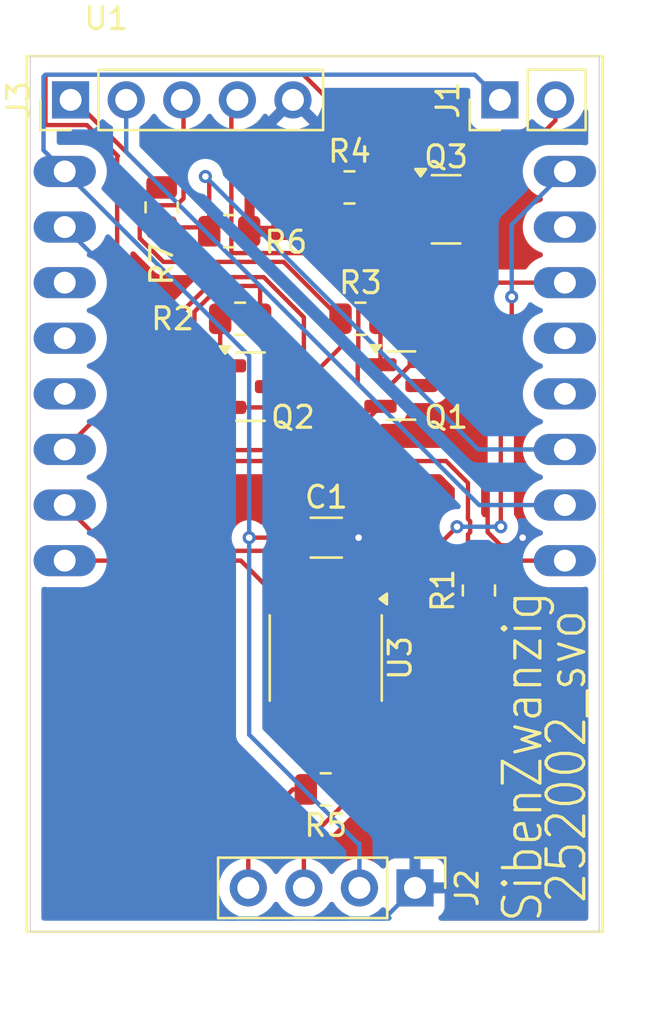
<source format=kicad_pcb>
(kicad_pcb (version 20241229) (generator "pcbnew") (generator_version "9.0")
  (layers (0 "F.Cu" signal) (2 "B.Cu" signal) (13 "F.Paste" user) (15 "B.Paste" user) (5 "F.SilkS" user "F.Silkscreen") (7 "B.SilkS" user "B.Silkscreen") (1 "F.Mask" user) (3 "B.Mask" user) (25 "Edge.Cuts" user))
  (net 0 "")
  (net 1 "+5V")
  (net 2 "GND")
  (net 3 "Net-(J1-Pin_2)")
  (net 4 "CANH")
  (net 5 "CANL")
  (net 6 "UATX")
  (net 7 "Net-(J3-Pin_1)")
  (net 8 "DTR")
  (net 9 "RTS")
  (net 10 "Net-(Q1-B)")
  (net 11 "BOOT")
  (net 12 "RST")
  (net 13 "Net-(Q2-B)")
  (net 14 "Net-(Q3-B)")
  (net 15 "+3.3V")
  (net 16 "PWM_OUT1")
  (net 17 "UARX")
  (net 20 "CANRX")
  (net 23 "CANTX")
  (net 25 "unconnected-(U1-IO15-PadP$5)")
  (net 26 "unconnected-(U1-IO13-PadP$4)")
  (footprint "Resistor_SMD:R_0805_2012Metric" (layer "F.Cu") (at 164.5 93.4125 90)
    (property "Reference" "R1" (at 0 -1.65 90) (layer "F.SilkS"))
    (property "Value" "10k")
    (fp_line (start -0.227064 -0.735) (end 0.227064 -0.735) (stroke (width 0.12)) (layer "F.SilkS"))
    (fp_line (start -0.227064 0.735) (end 0.227064 0.735) (stroke (width 0.12)) (layer "F.SilkS"))
    (pad "1" smd roundrect (at -0.9125 0 90) (size 1.025 1.4) (layers "F.Cu" "F.Mask" "F.Paste") (roundrect_rratio 0.243902) (net 15 "+3.3V"))
    (pad "2" smd roundrect (at 0.9125 0 90) (size 1.025 1.4) (layers "F.Cu" "F.Mask" "F.Paste") (roundrect_rratio 0.243902) (net 12 "RST"))
  )
  (footprint "Package_TO_SOT_SMD:SOT-23" (layer "F.Cu") (at 163 76)
    (property "Reference" "Q3" (at 0 -2.4 0) (layer "F.SilkS"))
    (property "Value" "BC817")
    (fp_line (start 0 -1.56) (end -0.65 -1.56) (stroke (width 0.12)) (layer "F.SilkS"))
    (fp_line (start 0 -1.56) (end 0.65 -1.56) (stroke (width 0.12)) (layer "F.SilkS"))
    (fp_line (start 0 1.56) (end -0.65 1.56) (stroke (width 0.12)) (layer "F.SilkS"))
    (fp_line (start 0 1.56) (end 0.65 1.56) (stroke (width 0.12)) (layer "F.SilkS"))
    (fp_poly (pts (xy -1.1625 -1.51) (xy -1.4025 -1.84) (xy -0.9225 -1.84)) (stroke (width 0.12)) (fill yes) (layer "F.SilkS"))
    (pad "1" smd roundrect (at -0.9375 -0.95) (size 1.475 0.6) (layers "F.Cu" "F.Mask" "F.Paste") (net 14 "Net-(Q3-B)"))
    (pad "2" smd roundrect (at -0.9375 0.95) (size 1.475 0.6) (layers "F.Cu" "F.Mask" "F.Paste") (net 2 "GND"))
    (pad "3" smd roundrect (at 0.9375 0) (size 1.475 0.6) (layers "F.Cu" "F.Mask" "F.Paste") (net 3 "Net-(J1-Pin_2)"))
  )
  (footprint "Resistor_SMD:R_0805_2012Metric" (layer "F.Cu") (at 153.0875 77)
    (property "Reference" "R6" (at 2.5875 0.5 0) (layer "F.SilkS"))
    (property "Value" "19k")
    (fp_line (start -0.227064 -0.735) (end 0.227064 -0.735) (stroke (width 0.12)) (layer "F.SilkS"))
    (fp_line (start -0.227064 0.735) (end 0.227064 0.735) (stroke (width 0.12)) (layer "F.SilkS"))
    (pad "1" smd roundrect (at -0.9125 0) (size 1.025 1.4) (layers "F.Cu" "F.Mask" "F.Paste") (roundrect_rratio 0.243902) (net 17 "UARX"))
    (pad "2" smd roundrect (at 0.9125 0) (size 1.025 1.4) (layers "F.Cu" "F.Mask" "F.Paste") (roundrect_rratio 0.243902) (net 2 "GND"))
  )
  (footprint "Connector_PinHeader_2.54mm:PinHeader_1x05_P2.54mm_Vertical" (layer "F.Cu") (at 145.84 71 90)
    (property "Reference" "J3" (at 0 -2.38 90) (layer "F.SilkS"))
    (property "Value" "Conn_01x05_Pin")
    (fp_line (start -1.38 -1.38) (end 0 -1.38) (stroke (width 0.12)) (layer "F.SilkS"))
    (fp_line (start -1.38 0) (end -1.38 -1.38) (stroke (width 0.12)) (layer "F.SilkS"))
    (fp_line (start 1.38 1.27) (end 1.38 11.54) (stroke (width 0.12)) (layer "F.SilkS"))
    (fp_line (start -1.38 1.27) (end 1.38 1.27) (stroke (width 0.12)) (layer "F.SilkS"))
    (fp_line (start -1.38 1.27) (end -1.38 11.54) (stroke (width 0.12)) (layer "F.SilkS"))
    (fp_line (start -1.38 11.54) (end 1.38 11.54) (stroke (width 0.12)) (layer "F.SilkS"))
    (pad "1" thru_hole rect (at 0 0 90) (size 1.7 1.7) (drill 1) (layers "*.Cu" "*.Mask") (net 7 "Net-(J3-Pin_1)"))
    (pad "2" thru_hole circle (at 0 2.54 90) (size 1.7 1.7) (drill 1) (layers "*.Cu" "*.Mask") (net 6 "UATX"))
    (pad "3" thru_hole circle (at 0 5.08 90) (size 1.7 1.7) (drill 1) (layers "*.Cu" "*.Mask") (net 9 "RTS"))
    (pad "4" thru_hole circle (at 0 7.62 90) (size 1.7 1.7) (drill 1) (layers "*.Cu" "*.Mask") (net 8 "DTR"))
    (pad "5" thru_hole circle (at 0 10.16 90) (size 1.7 1.7) (drill 1) (layers "*.Cu" "*.Mask") (net 2 "GND"))
  )
  (footprint "Package_SO:SOIC-8_3.9x4.9mm_P1.27mm" (layer "F.Cu") (at 157.5 96.5 -90)
    (property "Reference" "U3" (at 0 -3.4 90) (layer "F.SilkS"))
    (property "Value" "TJA1042T-3")
    (fp_line (start 0 2.56) (end -1.95 2.56) (stroke (width 0.12)) (layer "F.SilkS"))
    (fp_line (start 0 2.56) (end 1.95 2.56) (stroke (width 0.12)) (layer "F.SilkS"))
    (fp_line (start 0 -2.56) (end -1.95 -2.56) (stroke (width 0.12)) (layer "F.SilkS"))
    (fp_line (start 0 -2.56) (end 1.95 -2.56) (stroke (width 0.12)) (layer "F.SilkS"))
    (fp_poly (pts (xy -2.7 -2.465) (xy -2.94 -2.795) (xy -2.46 -2.795)) (stroke (width 0.12)) (fill yes) (layer "F.SilkS"))
    (pad "1" smd roundrect (at -2.475 -1.905 270) (size 1.95 0.6) (layers "F.Cu" "F.Mask" "F.Paste") (net 23 "CANTX"))
    (pad "2" smd roundrect (at -2.475 -0.635 270) (size 1.95 0.6) (layers "F.Cu" "F.Mask" "F.Paste") (net 2 "GND"))
    (pad "3" smd roundrect (at -2.475 0.635 270) (size 1.95 0.6) (layers "F.Cu" "F.Mask" "F.Paste") (net 1 "+5V"))
    (pad "4" smd roundrect (at -2.475 1.905 270) (size 1.95 0.6) (layers "F.Cu" "F.Mask" "F.Paste") (net 20 "CANRX"))
    (pad "5" smd roundrect (at 2.475 1.905 270) (size 1.95 0.6) (layers "F.Cu" "F.Mask" "F.Paste") (net 15 "+3.3V"))
    (pad "6" smd roundrect (at 2.475 0.635 270) (size 1.95 0.6) (layers "F.Cu" "F.Mask" "F.Paste") (net 5 "CANL"))
    (pad "7" smd roundrect (at 2.475 -0.635 270) (size 1.95 0.6) (layers "F.Cu" "F.Mask" "F.Paste") (net 4 "CANH"))
    (pad "8" smd roundrect (at 2.475 -1.905 270) (size 1.95 0.6) (layers "F.Cu" "F.Mask" "F.Paste"))
  )
  (footprint "Resistor_SMD:R_0805_2012Metric" (layer "F.Cu") (at 159.0875 81)
    (property "Reference" "R3" (at 0 -1.65 0) (layer "F.SilkS"))
    (property "Value" "1k")
    (fp_line (start -0.227064 -0.735) (end 0.227064 -0.735) (stroke (width 0.12)) (layer "F.SilkS"))
    (fp_line (start -0.227064 0.735) (end 0.227064 0.735) (stroke (width 0.12)) (layer "F.SilkS"))
    (pad "1" smd roundrect (at -0.9125 0) (size 1.025 1.4) (layers "F.Cu" "F.Mask" "F.Paste") (roundrect_rratio 0.243902) (net 9 "RTS"))
    (pad "2" smd roundrect (at 0.9125 0) (size 1.025 1.4) (layers "F.Cu" "F.Mask" "F.Paste") (roundrect_rratio 0.243902) (net 10 "Net-(Q1-B)"))
  )
  (footprint "Package_TO_SOT_SMD:SOT-23" (layer "F.Cu") (at 160.9375 84.05)
    (property "Reference" "Q1" (at 2.0625 1.45 0) (layer "F.SilkS"))
    (property "Value" "BC817")
    (fp_line (start 0 -1.56) (end -0.65 -1.56) (stroke (width 0.12)) (layer "F.SilkS"))
    (fp_line (start 0 -1.56) (end 0.65 -1.56) (stroke (width 0.12)) (layer "F.SilkS"))
    (fp_line (start 0 1.56) (end -0.65 1.56) (stroke (width 0.12)) (layer "F.SilkS"))
    (fp_line (start 0 1.56) (end 0.65 1.56) (stroke (width 0.12)) (layer "F.SilkS"))
    (fp_poly (pts (xy -1.1625 -1.51) (xy -1.4025 -1.84) (xy -0.9225 -1.84)) (stroke (width 0.12)) (fill yes) (layer "F.SilkS"))
    (pad "1" smd roundrect (at -0.9375 -0.95) (size 1.475 0.6) (layers "F.Cu" "F.Mask" "F.Paste") (net 10 "Net-(Q1-B)"))
    (pad "2" smd roundrect (at -0.9375 0.95) (size 1.475 0.6) (layers "F.Cu" "F.Mask" "F.Paste") (net 8 "DTR"))
    (pad "3" smd roundrect (at 0.9375 0) (size 1.475 0.6) (layers "F.Cu" "F.Mask" "F.Paste") (net 11 "BOOT"))
  )
  (footprint "Connector_PinHeader_2.54mm:PinHeader_1x04_P2.54mm_Vertical" (layer "F.Cu") (at 161.58 107 -90)
    (property "Reference" "J2" (at 0 -2.38 90) (layer "F.SilkS"))
    (property "Value" "Conn_01x04_Pin")
    (fp_line (start -1.38 9) (end 1.38 9) (stroke (width 0.12)) (layer "F.SilkS"))
    (fp_line (start -1.38 1.27) (end -1.38 9) (stroke (width 0.12)) (layer "F.SilkS"))
    (fp_line (start -1.38 1.27) (end 1.38 1.27) (stroke (width 0.12)) (layer "F.SilkS"))
    (fp_line (start 1.38 1.27) (end 1.38 9) (stroke (width 0.12)) (layer "F.SilkS"))
    (fp_line (start -1.38 0) (end -1.38 -1.38) (stroke (width 0.12)) (layer "F.SilkS"))
    (fp_line (start -1.38 -1.38) (end 0 -1.38) (stroke (width 0.12)) (layer "F.SilkS"))
    (pad "1" thru_hole rect (at 0 0 270) (size 1.7 1.7) (drill 1) (layers "*.Cu" "*.Mask") (net 2 "GND"))
    (pad "2" thru_hole circle (at 0 2.54 270) (size 1.7 1.7) (drill 1) (layers "*.Cu" "*.Mask") (net 1 "+5V"))
    (pad "3" thru_hole circle (at 0 5.08 270) (size 1.7 1.7) (drill 1) (layers "*.Cu" "*.Mask") (net 4 "CANH"))
    (pad "4" thru_hole circle (at 0 7.62 270) (size 1.7 1.7) (drill 1) (layers "*.Cu" "*.Mask") (net 5 "CANL"))
  )
  (footprint "Capacitor_SMD:C_1206_3216Metric" (layer "F.Cu") (at 157.525 91)
    (property "Reference" "C1" (at 0 -1.85 0) (layer "F.SilkS"))
    (property "Value" "C")
    (fp_line (start -0.711252 -0.91) (end 0.711252 -0.91) (stroke (width 0.12)) (layer "F.SilkS"))
    (fp_line (start -0.711252 0.91) (end 0.711252 0.91) (stroke (width 0.12)) (layer "F.SilkS"))
    (pad "1" smd roundrect (at -1.475 0) (size 1.15 1.8) (layers "F.Cu" "F.Mask" "F.Paste") (roundrect_rratio 0.217391) (net 1 "+5V"))
    (pad "2" smd roundrect (at 1.475 0) (size 1.15 1.8) (layers "F.Cu" "F.Mask" "F.Paste") (roundrect_rratio 0.217391) (net 2 "GND"))
  )
  (footprint "Connector_PinHeader_2.54mm:PinHeader_1x02_P2.54mm_Vertical" (layer "F.Cu") (at 165.46 71 90)
    (property "Reference" "J1" (at 0 -2.38 90) (layer "F.SilkS"))
    (property "Value" "Conn_01x02_Pin")
    (fp_line (start -1.38 -1.38) (end 0 -1.38) (stroke (width 0.12)) (layer "F.SilkS"))
    (fp_line (start -1.38 0) (end -1.38 -1.38) (stroke (width 0.12)) (layer "F.SilkS"))
    (fp_line (start 1.38 1.27) (end 1.38 3.92) (stroke (width 0.12)) (layer "F.SilkS"))
    (fp_line (start -1.38 1.27) (end 1.38 1.27) (stroke (width 0.12)) (layer "F.SilkS"))
    (fp_line (start -1.38 1.27) (end -1.38 3.92) (stroke (width 0.12)) (layer "F.SilkS"))
    (fp_line (start -1.38 3.92) (end 1.38 3.92) (stroke (width 0.12)) (layer "F.SilkS"))
    (pad "1" thru_hole rect (at 0 0 90) (size 1.7 1.7) (drill 1) (layers "*.Cu" "*.Mask") (net 1 "+5V"))
    (pad "2" thru_hole circle (at 0 2.54 90) (size 1.7 1.7) (drill 1) (layers "*.Cu" "*.Mask") (net 3 "Net-(J1-Pin_2)"))
  )
  (footprint "Resistor_SMD:R_0805_2012Metric" (layer "F.Cu") (at 153.5875 81 180)
    (property "Reference" "R2" (at 3.0875 0 0) (layer "F.SilkS"))
    (property "Value" "1k")
    (fp_line (start -0.227064 0.735) (end 0.227064 0.735) (stroke (width 0.12)) (layer "F.SilkS"))
    (fp_line (start -0.227064 -0.735) (end 0.227064 -0.735) (stroke (width 0.12)) (layer "F.SilkS"))
    (pad "1" smd roundrect (at -0.9125 0 180) (size 1.025 1.4) (layers "F.Cu" "F.Mask" "F.Paste") (roundrect_rratio 0.243902) (net 8 "DTR"))
    (pad "2" smd roundrect (at 0.9125 0 180) (size 1.025 1.4) (layers "F.Cu" "F.Mask" "F.Paste") (roundrect_rratio 0.243902) (net 13 "Net-(Q2-B)"))
  )
  (footprint "esp32:ESP32-CAM" (layer "F.Cu") (at 157 84.43)
    (property "Reference" "U1" (at -9.525 -17.145 0) (layer "F.SilkS"))
    (property "Value" "ESP32-CAM")
    (fp_line (start -13.16 -15.43) (end 13.16 -15.43) (stroke (width 0.127)) (layer "F.SilkS"))
    (fp_line (start -13.16 24.57) (end -13.16 -15.43) (stroke (width 0.127)) (layer "F.SilkS"))
    (fp_line (start 13.16 -15.43) (end 13.16 24.57) (stroke (width 0.127)) (layer "F.SilkS"))
    (fp_line (start 13.16 24.57) (end -13.16 24.57) (stroke (width 0.127)) (layer "F.SilkS"))
    (fp_text user "SibenZwanzig" (at 9.5 16.57 90) (layer "F.SilkS") (effects (font (size 1.72 1.5))))
    (pad "P$1" thru_hole oval (at -11.43 -10.16) (size 2.8448 1.4224) (drill 1) (layers "*.Cu" "*.Mask") (net 1 "+5V"))
    (pad "P$2" thru_hole oval (at -11.43 -7.62) (size 2.8448 1.4224) (drill 1) (layers "*.Cu" "*.Mask") (net 2 "GND"))
    (pad "P$3" thru_hole oval (at -11.43 -5.08) (size 2.8448 1.4224) (drill 1) (layers "*.Cu" "*.Mask"))
    (pad "P$4" thru_hole oval (at -11.43 -2.54) (size 2.8448 1.4224) (drill 1) (layers "*.Cu" "*.Mask") (net 26 "unconnected-(U1-IO13-PadP$4)"))
    (pad "P$5" thru_hole oval (at -11.43 0) (size 2.8448 1.4224) (drill 1) (layers "*.Cu" "*.Mask") (net 25 "unconnected-(U1-IO15-PadP$5)"))
    (pad "P$6" thru_hole oval (at -11.43 2.54) (size 2.8448 1.4224) (drill 1) (layers "*.Cu" "*.Mask") (net 16 "PWM_OUT1"))
    (pad "P$7" thru_hole oval (at -11.43 5.08) (size 2.8448 1.4224) (drill 1) (layers "*.Cu" "*.Mask") (net 23 "CANTX"))
    (pad "P$8" thru_hole oval (at -11.43 7.62) (size 2.8448 1.4224) (drill 1) (layers "*.Cu" "*.Mask") (net 20 "CANRX"))
    (pad "P$9" thru_hole oval (at 11.43 7.62) (size 2.8448 1.4224) (drill 1) (layers "*.Cu" "*.Mask") (net 12 "RST"))
    (pad "P$10" thru_hole oval (at 11.43 5.08) (size 2.8448 1.4224) (drill 1) (layers "*.Cu" "*.Mask") (net 6 "UATX"))
    (pad "P$11" thru_hole oval (at 11.43 2.54) (size 2.8448 1.4224) (drill 1) (layers "*.Cu" "*.Mask") (net 17 "UARX"))
    (pad "P$12" thru_hole oval (at 11.43 0) (size 2.8448 1.4224) (drill 1) (layers "*.Cu" "*.Mask"))
    (pad "P$13" thru_hole oval (at 11.43 -2.54) (size 2.8448 1.4224) (drill 1) (layers "*.Cu" "*.Mask"))
    (pad "P$14" thru_hole oval (at 11.43 -5.08) (size 2.8448 1.4224) (drill 1) (layers "*.Cu" "*.Mask") (net 11 "BOOT"))
    (pad "P$15" thru_hole oval (at 11.43 -7.62) (size 2.8448 1.4224) (drill 1) (layers "*.Cu" "*.Mask"))
    (pad "P$16" thru_hole oval (at 11.43 -10.16) (size 2.8448 1.4224) (drill 1) (layers "*.Cu" "*.Mask") (net 15 "+3.3V"))
  )
  (footprint "Resistor_SMD:R_0805_2012Metric" (layer "F.Cu") (at 157.5 102.5 180)
    (property "Reference" "R5" (at 0 -1.65 0) (layer "F.SilkS"))
    (property "Value" "120R")
    (fp_line (start -0.227064 0.735) (end 0.227064 0.735) (stroke (width 0.12)) (layer "F.SilkS"))
    (fp_line (start -0.227064 -0.735) (end 0.227064 -0.735) (stroke (width 0.12)) (layer "F.SilkS"))
    (pad "1" smd roundrect (at -0.9125 0 180) (size 1.025 1.4) (layers "F.Cu" "F.Mask" "F.Paste") (roundrect_rratio 0.243902) (net 4 "CANH"))
    (pad "2" smd roundrect (at 0.9125 0 180) (size 1.025 1.4) (layers "F.Cu" "F.Mask" "F.Paste") (roundrect_rratio 0.243902) (net 5 "CANL"))
  )
  (footprint "Resistor_SMD:R_0805_2012Metric" (layer "F.Cu") (at 150 75.9125 90)
    (property "Reference" "R7" (at -2.5875 0 90) (layer "F.SilkS"))
    (property "Value" "10k")
    (fp_line (start -0.227064 -0.735) (end 0.227064 -0.735) (stroke (width 0.12)) (layer "F.SilkS"))
    (fp_line (start -0.227064 0.735) (end 0.227064 0.735) (stroke (width 0.12)) (layer "F.SilkS"))
    (pad "1" smd roundrect (at -0.9125 0 90) (size 1.025 1.4) (layers "F.Cu" "F.Mask" "F.Paste") (roundrect_rratio 0.243902) (net 17 "UARX"))
    (pad "2" smd roundrect (at 0.9125 0 90) (size 1.025 1.4) (layers "F.Cu" "F.Mask" "F.Paste") (roundrect_rratio 0.243902) (net 7 "Net-(J3-Pin_1)"))
  )
  (footprint "Resistor_SMD:R_0805_2012Metric" (layer "F.Cu") (at 158.5875 75)
    (property "Reference" "R4" (at 0 -1.65 0) (layer "F.SilkS"))
    (property "Value" "1k")
    (fp_line (start -0.227064 -0.735) (end 0.227064 -0.735) (stroke (width 0.12)) (layer "F.SilkS"))
    (fp_line (start -0.227064 0.735) (end 0.227064 0.735) (stroke (width 0.12)) (layer "F.SilkS"))
    (pad "1" smd roundrect (at -0.9125 0) (size 1.025 1.4) (layers "F.Cu" "F.Mask" "F.Paste") (roundrect_rratio 0.243902) (net 16 "PWM_OUT1"))
    (pad "2" smd roundrect (at 0.9125 0) (size 1.025 1.4) (layers "F.Cu" "F.Mask" "F.Paste") (roundrect_rratio 0.243902) (net 14 "Net-(Q3-B)"))
  )
  (footprint "Package_TO_SOT_SMD:SOT-23" (layer "F.Cu") (at 154.0625 84.1)
    (property "Reference" "Q2" (at 1.9375 1.4 0) (layer "F.SilkS"))
    (property "Value" "BC817")
    (fp_line (start 0 -1.56) (end -0.65 -1.56) (stroke (width 0.12)) (layer "F.SilkS"))
    (fp_line (start 0 -1.56) (end 0.65 -1.56) (stroke (width 0.12)) (layer "F.SilkS"))
    (fp_line (start 0 1.56) (end -0.65 1.56) (stroke (width 0.12)) (layer "F.SilkS"))
    (fp_line (start 0 1.56) (end 0.65 1.56) (stroke (width 0.12)) (layer "F.SilkS"))
    (fp_poly (pts (xy -1.1625 -1.51) (xy -1.4025 -1.84) (xy -0.9225 -1.84)) (stroke (width 0.12)) (fill yes) (layer "F.SilkS"))
    (pad "1" smd roundrect (at -0.9375 -0.95) (size 1.475 0.6) (layers "F.Cu" "F.Mask" "F.Paste") (net 13 "Net-(Q2-B)"))
    (pad "2" smd roundrect (at -0.9375 0.95) (size 1.475 0.6) (layers "F.Cu" "F.Mask" "F.Paste") (net 9 "RTS"))
    (pad "3" smd roundrect (at 0.9375 0) (size 1.475 0.6) (layers "F.Cu" "F.Mask" "F.Paste") (net 12 "RST"))
  )
  (gr_rect (start 144 69) (end 170 109) (stroke (width 0.05)) (fill no) (layer "Edge.Cuts"))
  (gr_text "252002_svo\n" (at 168.5 101 90) (layer "F.SilkS") (effects (font (size 1.72 1.5))))
  (segment (start 156.865 91.815) (end 156.865 94.025) (width 0.2) (layer "F.Cu") (net 1))
  (segment (start 156.05 91) (end 156.865 91.815) (width 0.2) (layer "F.Cu") (net 1))
  (segment (start 156.05 91) (end 154 91) (width 0.2) (layer "F.Cu") (net 1))
  (via (at 154 91) (size 0.6) (drill 0.3) (layers "F.Cu" "B.Cu") (net 1))
  (segment (start 159.04 104.96) (end 159.04 107) (width 0.2) (layer "B.Cu") (net 1))
  (segment (start 145.57 74.27) (end 154 82.7) (width 0.2) (layer "B.Cu") (net 1))
  (segment (start 144.601 69.937) (end 144.601 73.301) (width 0.2) (layer "B.Cu") (net 1))
  (segment (start 154 91) (end 154 100) (width 0.2) (layer "B.Cu") (net 1))
  (segment (start 144.689 69.849) (end 144.601 69.937) (width 0.2) (layer "B.Cu") (net 1))
  (segment (start 154 82.7) (end 154 91) (width 0.2) (layer "B.Cu") (net 1))
  (segment (start 158.96 104.96) (end 159.04 104.96) (width 0.2) (layer "B.Cu") (net 1))
  (segment (start 154 100) (end 158.96 104.96) (width 0.2) (layer "B.Cu") (net 1))
  (segment (start 164.309 69.849) (end 144.689 69.849) (width 0.2) (layer "B.Cu") (net 1))
  (segment (start 165.46 71) (end 164.309 69.849) (width 0.2) (layer "B.Cu") (net 1))
  (segment (start 144.601 73.301) (end 145.57 74.27) (width 0.2) (layer "B.Cu") (net 1))
  (segment (start 159 91) (end 158.135 91.865) (width 0.2) (layer "F.Cu") (net 2))
  (segment (start 164.899 88.519532) (end 164.899 90.748943) (width 0.2) (layer "F.Cu") (net 2))
  (segment (start 164.899 90.748943) (end 165.5 91.349943) (width 0.2) (layer "F.Cu") (net 2))
  (segment (start 156 71) (end 154 73) (width 0.2) (layer "F.Cu") (net 2))
  (segment (start 160.5 76.95) (end 154.05 76.95) (width 0.2) (layer "F.Cu") (net 2))
  (segment (start 166.150057 91.349943) (end 166.5 91) (width 0.2) (layer "F.Cu") (net 2))
  (segment (start 165.5 91.349943) (end 166.150057 91.349943) (width 0.2) (layer "F.Cu") (net 2))
  (segment (start 160.479468 84.1) (end 164.899 88.519532) (width 0.2) (layer "F.Cu") (net 2))
  (segment (start 162.0625 76.95) (end 162.0625 82.416968) (width 0.2) (layer "F.Cu") (net 2))
  (segment (start 162.0625 82.416968) (end 160.479468 84) (width 0.2) (layer "F.Cu") (net 2))
  (segment (start 154 73) (end 154 77) (width 0.2) (layer "F.Cu") (net 2))
  (segment (start 158.135 91.865) (end 158.135 94.025) (width 0.2) (layer "F.Cu") (net 2))
  (segment (start 162.0625 76.95) (end 160.5 76.95) (width 0.2) (layer "F.Cu") (net 2))
  (segment (start 154.05 76.95) (end 154 77) (width 0.2) (layer "F.Cu") (net 2))
  (segment (start 160.479468 84) (end 160.479468 84.1) (width 0.2) (layer "F.Cu") (net 2))
  (via (at 159 91) (size 0.6) (drill 0.3) (layers "F.Cu" "B.Cu") (net 2))
  (via (at 166.5 91) (size 0.6) (drill 0.3) (layers "F.Cu" "B.Cu") (net 2))
  (segment (start 145.57 76.81) (end 150.5 81.74) (width 0.2) (layer "B.Cu") (net 2))
  (segment (start 150.5 105.899) (end 153 108.399) (width 0.2) (layer "B.Cu") (net 2))
  (segment (start 160.181 108.399) (end 161.58 107) (width 0.2) (layer "B.Cu") (net 2))
  (segment (start 153 108.399) (end 160.181 108.399) (width 0.2) (layer "B.Cu") (net 2))
  (segment (start 150.5 81.74) (end 150.5 105.899) (width 0.2) (layer "B.Cu") (net 2))
  (segment (start 168 71.9375) (end 168 71) (width 0.2) (layer "F.Cu") (net 3))
  (segment (start 163.9375 76) (end 168 71.9375) (width 0.2) (layer "F.Cu") (net 3))
  (segment (start 158.135 102.2225) (end 158.4125 102.5) (width 0.2) (layer "F.Cu") (net 4))
  (segment (start 158.4125 102.5) (end 158.4125 103.0875) (width 0.2) (layer "F.Cu") (net 4))
  (segment (start 158.4125 103.0875) (end 156.5 105) (width 0.2) (layer "F.Cu") (net 4))
  (segment (start 158.135 98.975) (end 158.135 102.2225) (width 0.2) (layer "F.Cu") (net 4))
  (segment (start 156.5 105) (end 156.5 107) (width 0.2) (layer "F.Cu") (net 4))
  (segment (start 156.865 102.2225) (end 156.5875 102.5) (width 0.2) (layer "F.Cu") (net 5))
  (segment (start 153.96 104.54) (end 153.96 107) (width 0.2) (layer "F.Cu") (net 5))
  (segment (start 156 102.5) (end 153.96 104.54) (width 0.2) (layer "F.Cu") (net 5))
  (segment (start 156.5875 102.5) (end 156 102.5) (width 0.2) (layer "F.Cu") (net 5))
  (segment (start 156.865 98.975) (end 156.865 102.2225) (width 0.2) (layer "F.Cu") (net 5))
  (segment (start 148.38 71) (end 148.38 73.38) (width 0.2) (layer "B.Cu") (net 6))
  (segment (start 164.51 89.51) (end 168.43 89.51) (width 0.2) (layer "B.Cu") (net 6))
  (segment (start 148.38 73.38) (end 164.51 89.51) (width 0.2) (layer "B.Cu") (net 6))
  (segment (start 146 71) (end 150 75) (width 0.2) (layer "F.Cu") (net 7))
  (segment (start 145.84 71) (end 146 71) (width 0.2) (layer "F.Cu") (net 7))
  (segment (start 153.46 71) (end 153.1865 71.2735) (width 0.2) (layer "F.Cu") (net 8))
  (segment (start 158.9885 82.732032) (end 158.9615 82.759032) (width 0.2) (layer "F.Cu") (net 8))
  (segment (start 153.1865 71.2735) (end 153.1865 78) (width 0.2) (layer "F.Cu") (net 8))
  (segment (start 154.5 81) (end 154.5 79.5) (width 0.2) (layer "F.Cu") (net 8))
  (segment (start 156.67366 78) (end 158.9885 80.31484) (width 0.2) (layer "F.Cu") (net 8))
  (segment (start 153.1865 78) (end 156.67366 78) (width 0.2) (layer "F.Cu") (net 8))
  (segment (start 152.67634 79.5) (end 151.5 80.67634) (width 0.2) (layer "F.Cu") (net 8))
  (segment (start 151.5 80.67634) (end 151.5 86) (width 0.2) (layer "F.Cu") (net 8))
  (segment (start 152.5 87) (end 158 87) (width 0.2) (layer "F.Cu") (net 8))
  (segment (start 158 87) (end 160 85) (width 0.2) (layer "F.Cu") (net 8))
  (segment (start 158.9615 82.759032) (end 158.9615 83.9615) (width 0.2) (layer "F.Cu") (net 8))
  (segment (start 158.9885 80.31484) (end 158.9885 82.732032) (width 0.2) (layer "F.Cu") (net 8))
  (segment (start 154.5 79.5) (end 152.67634 79.5) (width 0.2) (layer "F.Cu") (net 8))
  (segment (start 158.9615 83.9615) (end 160 85) (width 0.2) (layer "F.Cu") (net 8))
  (segment (start 151.5 86) (end 152.5 87) (width 0.2) (layer "F.Cu") (net 8))
  (segment (start 148.999 76.32734) (end 149.51284 75.8135) (width 0.2) (layer "F.Cu") (net 9))
  (segment (start 158.175 81) (end 158.175 82.304468) (width 0.2) (layer "F.Cu") (net 9))
  (segment (start 151 71.08) (end 150.92 71) (width 0.2) (layer "F.Cu") (net 9))
  (segment (start 155.429468 85.05) (end 153.125 85.05) (width 0.2) (layer "F.Cu") (net 9))
  (segment (start 158.175 82.304468) (end 155.429468 85.05) (width 0.2) (layer "F.Cu") (net 9))
  (segment (start 155.576 78.401) (end 150.07734 78.401) (width 0.2) (layer "F.Cu") (net 9))
  (segment (start 149.51284 75.8135) (end 150.68516 75.8135) (width 0.2) (layer "F.Cu") (net 9))
  (segment (start 150.07734 78.401) (end 148.999 77.32266) (width 0.2) (layer "F.Cu") (net 9))
  (segment (start 148.999 77.32266) (end 148.999 76.32734) (width 0.2) (layer "F.Cu") (net 9))
  (segment (start 151 75.49866) (end 151 71.08) (width 0.2) (layer "F.Cu") (net 9))
  (segment (start 158.175 81) (end 155.576 78.401) (width 0.2) (layer "F.Cu") (net 9))
  (segment (start 150.68516 75.8135) (end 151 75.49866) (width 0.2) (layer "F.Cu") (net 9))
  (segment (start 160 83.1) (end 160 81) (width 0.2) (layer "F.Cu") (net 10))
  (segment (start 165 79.5) (end 165.15 79.35) (width 0.2) (layer "F.Cu") (net 11))
  (segment (start 165 80.925) (end 165 79.5) (width 0.2) (layer "F.Cu") (net 11))
  (segment (start 165.15 79.35) (end 168.43 79.35) (width 0.2) (layer "F.Cu") (net 11))
  (segment (start 161.875 84.05) (end 165 80.925) (width 0.2) (layer "F.Cu") (net 11))
  (segment (start 164.5 92.5) (end 165 92.5) (width 0.2) (layer "F.Cu") (net 12))
  (segment (start 164.101 90.748943) (end 164 90.849943) (width 0.2) (layer "F.Cu") (net 12))
  (segment (start 155 84.1) (end 156.5 82.6) (width 0.2) (layer "F.Cu") (net 12))
  (segment (start 164 90.849943) (end 164 92) (width 0.2) (layer "F.Cu") (net 12))
  (segment (start 151 80.60924) (end 151 86.0671) (width 0.2) (layer "F.Cu") (net 12))
  (segment (start 156.5 82.6) (end 156.5 80.9329) (width 0.2) (layer "F.Cu") (net 12))
  (segment (start 165.45 92.05) (end 168.43 92.05) (width 0.2) (layer "F.Cu") (net 12))
  (segment (start 164 88.5) (end 164 90.150057) (width 0.2) (layer "F.Cu") (net 12))
  (segment (start 156.5 80.9329) (end 154.6661 79.099) (width 0.2) (layer "F.Cu") (net 12))
  (segment (start 152.4329 87.5) (end 163 87.5) (width 0.2) (layer "F.Cu") (net 12))
  (segment (start 165 92.5) (end 165.45 92.05) (width 0.2) (layer "F.Cu") (net 12))
  (segment (start 151 86.0671) (end 152.4329 87.5) (width 0.2) (layer "F.Cu") (net 12))
  (segment (start 164 92) (end 164.5 92.5) (width 0.2) (layer "F.Cu") (net 12))
  (segment (start 163 87.5) (end 164 88.5) (width 0.2) (layer "F.Cu") (net 12))
  (segment (start 152.51024 79.099) (end 151 80.60924) (width 0.2) (layer "F.Cu") (net 12))
  (segment (start 164.101 90.251057) (end 164.101 90.748943) (width 0.2) (layer "F.Cu") (net 12))
  (segment (start 164 90.150057) (end 164.101 90.251057) (width 0.2) (layer "F.Cu") (net 12))
  (segment (start 154.6661 79.099) (end 152.51024 79.099) (width 0.2) (layer "F.Cu") (net 12))
  (segment (start 153.125 83.15) (end 152.675 82.7) (width 0.2) (layer "F.Cu") (net 13))
  (segment (start 152.675 82.7) (end 152.675 81) (width 0.2) (layer "F.Cu") (net 13))
  (segment (start 159.5 75) (end 162.0125 75) (width 0.2) (layer "F.Cu") (net 14))
  (segment (start 162.0125 75) (end 162.0625 75.05) (width 0.2) (layer "F.Cu") (net 14))
  (segment (start 155.595 98.000001) (end 157.595001 96) (width 0.2) (layer "F.Cu") (net 15))
  (segment (start 162.5 92.325) (end 162.5 91.5) (width 0.2) (layer "F.Cu") (net 15))
  (segment (start 164.5 94.325) (end 162.5 92.325) (width 0.2) (layer "F.Cu") (net 15))
  (segment (start 166 82) (end 166 80) (width 0.2) (layer "F.Cu") (net 15))
  (segment (start 155.595 98.975) (end 155.595 98.000001) (width 0.2) (layer "F.Cu") (net 15))
  (segment (start 157.595001 96) (end 164.5 96) (width 0.2) (layer "F.Cu") (net 15))
  (segment (start 164.5 96) (end 164.5 94.325) (width 0.2) (layer "F.Cu") (net 15))
  (segment (start 165.5 90.5) (end 165.5 82.5) (width 0.2) (layer "F.Cu") (net 15))
  (segment (start 165.5 82.5) (end 166 82) (width 0.2) (layer "F.Cu") (net 15))
  (segment (start 162.5 91.5) (end 163.5 90.5) (width 0.2) (layer "F.Cu") (net 15))
  (via (at 165.5 90.5) (size 0.6) (drill 0.3) (layers "F.Cu" "B.Cu") (net 15))
  (via (at 163.5 90.5) (size 0.6) (drill 0.3) (layers "F.Cu" "B.Cu") (net 15))
  (via (at 166 80) (size 0.6) (drill 0.3) (layers "F.Cu" "B.Cu") (net 15))
  (segment (start 166 80) (end 166 76.7) (width 0.2) (layer "B.Cu") (net 15))
  (segment (start 163.5 90.5) (end 165.5 90.5) (width 0.2) (layer "B.Cu") (net 15))
  (segment (start 166 76.7) (end 168.43 74.27) (width 0.2) (layer "B.Cu") (net 15))
  (segment (start 144.689 72.151) (end 146.5839 72.151) (width 0.2) (layer "F.Cu") (net 16))
  (segment (start 145.57 86.97) (end 147.96645 84.57355) (width 0.2) (layer "F.Cu") (net 16))
  (segment (start 147.96645 73.53355) (end 148 73.5671) (width 0.2) (layer "F.Cu") (net 16))
  (segment (start 157.675 75) (end 157.675 71.04724) (width 0.2) (layer "F.Cu") (net 16))
  (segment (start 147.96645 84.57355) (end 147.96645 73.53355) (width 0.2) (layer "F.Cu") (net 16))
  (segment (start 157.675 71.04724) (end 156.47676 69.849) (width 0.2) (layer "F.Cu") (net 16))
  (segment (start 144.689 69.849) (end 144.689 72.151) (width 0.2) (layer "F.Cu") (net 16))
  (segment (start 146.5839 72.151) (end 147.96645 73.53355) (width 0.2) (layer "F.Cu") (net 16))
  (segment (start 156.47676 69.849) (end 144.689 69.849) (width 0.2) (layer "F.Cu") (net 16))
  (segment (start 152 76.825) (end 152.175 77) (width 0.2) (layer "F.Cu") (net 17))
  (segment (start 152.175 74.675) (end 152 74.5) (width 0.2) (layer "F.Cu") (net 17))
  (segment (start 152.175 77) (end 152.175 74.675) (width 0.2) (layer "F.Cu") (net 17))
  (segment (start 150 76.825) (end 152 76.825) (width 0.2) (layer "F.Cu") (net 17))
  (via (at 152 74.5) (size 0.6) (drill 0.3) (layers "F.Cu" "B.Cu") (net 17))
  (segment (start 164.47 86.97) (end 168.43 86.97) (width 0.2) (layer "B.Cu") (net 17))
  (segment (start 152 74.5) (end 164.47 86.97) (width 0.2) (layer "B.Cu") (net 17))
  (segment (start 155.595 94.025) (end 153.62 92.05) (width 0.2) (layer "F.Cu") (net 20))
  (segment (start 153.62 92.05) (end 145.57 92.05) (width 0.2) (layer "F.Cu") (net 20))
  (segment (start 156.524032 95.301) (end 156.196 94.972968) (width 0.2) (layer "F.Cu") (net 23))
  (segment (start 154.787968 91.601) (end 147.661 91.601) (width 0.2) (layer "F.Cu") (net 23))
  (segment (start 156.196 93.009032) (end 154.787968 91.601) (width 0.2) (layer "F.Cu") (net 23))
  (segment (start 159.103999 95.301) (end 156.524032 95.301) (width 0.2) (layer "F.Cu") (net 23))
  (segment (start 159.405 94.025) (end 159.405 94.999999) (width 0.2) (layer "F.Cu") (net 23))
  (segment (start 159.405 94.999999) (end 159.103999 95.301) (width 0.2) (layer "F.Cu") (net 23))
  (segment (start 156.196 94.972968) (end 156.196 93.009032) (width 0.2) (layer "F.Cu") (net 23))
  (segment (start 147.661 91.601) (end 145.57 89.51) (width 0.2) (layer "F.Cu") (net 23))
  (segment (start 146 84.43) (end 145.57 84.43) (width 0.2) (layer "F.Cu") (net 25))
  (segment (start 145.570001 81.89) (end 145.57 81.89) (width 0.2) (layer "F.Cu") (net 26))
  (zone (net 2) (net_name "GND") (layer "F.Cu") (priority 1) (connect_pads (clearance 0.5)) (min_thickness 0.25) (fill yes (thermal_gap 0.5) (thermal_bridge_width 0.5))
    (polygon (pts (xy 144 69) (xy 170 69) (xy 170 109) (xy 144 109)))
  )
  (zone (net 2) (net_name "GND") (layer "B.Cu") (connect_pads (clearance 0.5)) (min_thickness 0.25) (fill yes (thermal_gap 0.5) (thermal_bridge_width 0.5))
    (polygon (pts (xy 144 69) (xy 170 69) (xy 170 109) (xy 144 109)))
  )
)
</source>
